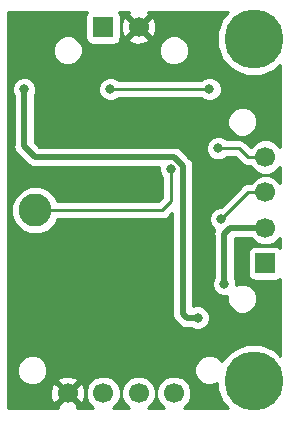
<source format=gbr>
G04 #@! TF.GenerationSoftware,KiCad,Pcbnew,(5.0.2)-1*
G04 #@! TF.CreationDate,2019-03-09T14:48:14-06:00*
G04 #@! TF.ProjectId,Contactor,436f6e74-6163-4746-9f72-2e6b69636164,rev?*
G04 #@! TF.SameCoordinates,Original*
G04 #@! TF.FileFunction,Copper,L2,Bot*
G04 #@! TF.FilePolarity,Positive*
%FSLAX46Y46*%
G04 Gerber Fmt 4.6, Leading zero omitted, Abs format (unit mm)*
G04 Created by KiCad (PCBNEW (5.0.2)-1) date 3/9/2019 2:48:14 PM*
%MOMM*%
%LPD*%
G01*
G04 APERTURE LIST*
G04 #@! TA.AperFunction,ComponentPad*
%ADD10C,1.700000*%
G04 #@! TD*
G04 #@! TA.AperFunction,ComponentPad*
%ADD11C,2.800000*%
G04 #@! TD*
G04 #@! TA.AperFunction,ComponentPad*
%ADD12R,1.700000X1.700000*%
G04 #@! TD*
G04 #@! TA.AperFunction,ComponentPad*
%ADD13C,5.000000*%
G04 #@! TD*
G04 #@! TA.AperFunction,ViaPad*
%ADD14C,0.800000*%
G04 #@! TD*
G04 #@! TA.AperFunction,Conductor*
%ADD15C,0.250000*%
G04 #@! TD*
G04 #@! TA.AperFunction,Conductor*
%ADD16C,0.500000*%
G04 #@! TD*
G04 #@! TA.AperFunction,Conductor*
%ADD17C,0.254000*%
G04 #@! TD*
G04 APERTURE END LIST*
D10*
G04 #@! TO.P,J6,4*
G04 #@! TO.N,Net-(J6-Pad4)*
X166000000Y-130500000D03*
G04 #@! TO.P,J6,1*
G04 #@! TO.N,+12V*
X157000000Y-130500000D03*
G04 #@! TO.P,J6,2*
G04 #@! TO.N,/CONTACTOR_V-*
X160000000Y-130500000D03*
G04 #@! TO.P,J6,3*
G04 #@! TO.N,GND*
X163000000Y-130500000D03*
G04 #@! TD*
D11*
G04 #@! TO.P,TP13,1*
G04 #@! TO.N,Net-(R17-Pad2)*
X154250000Y-115000000D03*
G04 #@! TD*
D10*
G04 #@! TO.P,J7,3*
G04 #@! TO.N,/CONTACTOR_CHECK*
X173750000Y-113500000D03*
G04 #@! TO.P,J7,2*
G04 #@! TO.N,+5V*
X173750000Y-116500000D03*
D12*
G04 #@! TO.P,J7,1*
G04 #@! TO.N,GND*
X173750000Y-119500000D03*
D10*
G04 #@! TO.P,J7,4*
G04 #@! TO.N,/CONTACTOR_EN*
X173750000Y-110500000D03*
G04 #@! TD*
D12*
G04 #@! TO.P,J8,2*
G04 #@! TO.N,GNDPWR*
X160000000Y-99500000D03*
D10*
G04 #@! TO.P,J8,1*
G04 #@! TO.N,+12V*
X163000000Y-99500000D03*
G04 #@! TD*
D13*
G04 #@! TO.P,MH1,1*
G04 #@! TO.N,N/C*
X172750000Y-100500000D03*
G04 #@! TD*
G04 #@! TO.P,MH2,1*
G04 #@! TO.N,N/C*
X172750000Y-129500000D03*
G04 #@! TD*
D14*
G04 #@! TO.N,+12V*
X170500000Y-103250000D03*
G04 #@! TO.N,/CONTACTOR_CHECK*
X170000000Y-115750000D03*
G04 #@! TO.N,Net-(D4-Pad1)*
X169000000Y-104750000D03*
X160625000Y-104750000D03*
G04 #@! TO.N,/CONTACTOR_EN*
X169750000Y-109750000D03*
G04 #@! TO.N,+5V*
X168000000Y-124105330D03*
X153312500Y-104750000D03*
X170250000Y-121250000D03*
G04 #@! TO.N,Net-(R17-Pad2)*
X165750000Y-111500000D03*
G04 #@! TD*
D15*
G04 #@! TO.N,/CONTACTOR_CHECK*
X172250000Y-113500000D02*
X173750000Y-113500000D01*
X170000000Y-115750000D02*
X172250000Y-113500000D01*
G04 #@! TO.N,Net-(D4-Pad1)*
X169000000Y-104750000D02*
X160625000Y-104750000D01*
G04 #@! TO.N,/CONTACTOR_EN*
X169750000Y-109750000D02*
X171500000Y-109750000D01*
X172250000Y-110500000D02*
X173750000Y-110500000D01*
X171500000Y-109750000D02*
X172250000Y-110500000D01*
D16*
G04 #@! TO.N,+5V*
X153312500Y-104750000D02*
X153312500Y-109562500D01*
X153312500Y-109562500D02*
X154250000Y-110500000D01*
X170250000Y-121250000D02*
X170250000Y-117000000D01*
X170250000Y-117000000D02*
X170750000Y-116500000D01*
X170750000Y-116500000D02*
X173750000Y-116500000D01*
X168000000Y-124105330D02*
X167105330Y-124105330D01*
X167105330Y-124105330D02*
X166750000Y-123750000D01*
X166750000Y-123750000D02*
X166750000Y-111250000D01*
X166000000Y-110500000D02*
X166750000Y-111250000D01*
X154250000Y-110500000D02*
X166000000Y-110500000D01*
D15*
G04 #@! TO.N,Net-(R17-Pad2)*
X154250000Y-115000000D02*
X165000000Y-115000000D01*
X165000000Y-115000000D02*
X165750000Y-114250000D01*
X165750000Y-113500000D02*
X165750000Y-111500000D01*
X165750000Y-114250000D02*
X165750000Y-113500000D01*
G04 #@! TD*
D17*
G04 #@! TO.N,+12V*
G36*
X158551843Y-98402235D02*
X158502560Y-98650000D01*
X158502560Y-100350000D01*
X158551843Y-100597765D01*
X158692191Y-100807809D01*
X158902235Y-100948157D01*
X159150000Y-100997440D01*
X160850000Y-100997440D01*
X161097765Y-100948157D01*
X161307809Y-100807809D01*
X161448157Y-100597765D01*
X161458859Y-100543958D01*
X162135647Y-100543958D01*
X162215920Y-100795259D01*
X162771279Y-100996718D01*
X163361458Y-100970315D01*
X163784080Y-100795259D01*
X163864353Y-100543958D01*
X163000000Y-99679605D01*
X162135647Y-100543958D01*
X161458859Y-100543958D01*
X161497440Y-100350000D01*
X161497440Y-99271279D01*
X161503282Y-99271279D01*
X161529685Y-99861458D01*
X161704741Y-100284080D01*
X161956042Y-100364353D01*
X162820395Y-99500000D01*
X163179605Y-99500000D01*
X164043958Y-100364353D01*
X164295259Y-100284080D01*
X164496718Y-99728721D01*
X164470315Y-99138542D01*
X164295259Y-98715920D01*
X164043958Y-98635647D01*
X163179605Y-99500000D01*
X162820395Y-99500000D01*
X161956042Y-98635647D01*
X161704741Y-98715920D01*
X161503282Y-99271279D01*
X161497440Y-99271279D01*
X161497440Y-98650000D01*
X161448157Y-98402235D01*
X161336413Y-98235000D01*
X162206254Y-98235000D01*
X162135647Y-98456042D01*
X163000000Y-99320395D01*
X163864353Y-98456042D01*
X163793746Y-98235000D01*
X170581441Y-98235000D01*
X170092276Y-98724165D01*
X169615000Y-99876410D01*
X169615000Y-101123590D01*
X170092276Y-102275835D01*
X170974165Y-103157724D01*
X172126410Y-103635000D01*
X173373590Y-103635000D01*
X174525835Y-103157724D01*
X175015000Y-102668559D01*
X175015000Y-109673489D01*
X175008922Y-109658815D01*
X174591185Y-109241078D01*
X174045385Y-109015000D01*
X173454615Y-109015000D01*
X172908815Y-109241078D01*
X172491078Y-109658815D01*
X172488893Y-109664091D01*
X172090331Y-109265530D01*
X172047929Y-109202071D01*
X171796537Y-109034096D01*
X171574852Y-108990000D01*
X171574847Y-108990000D01*
X171500000Y-108975112D01*
X171425153Y-108990000D01*
X170453711Y-108990000D01*
X170336280Y-108872569D01*
X169955874Y-108715000D01*
X169544126Y-108715000D01*
X169163720Y-108872569D01*
X168872569Y-109163720D01*
X168715000Y-109544126D01*
X168715000Y-109955874D01*
X168872569Y-110336280D01*
X169163720Y-110627431D01*
X169544126Y-110785000D01*
X169955874Y-110785000D01*
X170336280Y-110627431D01*
X170453711Y-110510000D01*
X171185199Y-110510000D01*
X171659671Y-110984473D01*
X171702071Y-111047929D01*
X171953463Y-111215904D01*
X172175148Y-111260000D01*
X172175152Y-111260000D01*
X172249999Y-111274888D01*
X172324846Y-111260000D01*
X172457450Y-111260000D01*
X172491078Y-111341185D01*
X172908815Y-111758922D01*
X173454615Y-111985000D01*
X174045385Y-111985000D01*
X174591185Y-111758922D01*
X175008922Y-111341185D01*
X175015000Y-111326511D01*
X175015000Y-112673489D01*
X175008922Y-112658815D01*
X174591185Y-112241078D01*
X174045385Y-112015000D01*
X173454615Y-112015000D01*
X172908815Y-112241078D01*
X172491078Y-112658815D01*
X172457450Y-112740000D01*
X172324848Y-112740000D01*
X172250000Y-112725112D01*
X172175152Y-112740000D01*
X172175148Y-112740000D01*
X171953463Y-112784096D01*
X171702071Y-112952071D01*
X171659671Y-113015527D01*
X169960199Y-114715000D01*
X169794126Y-114715000D01*
X169413720Y-114872569D01*
X169122569Y-115163720D01*
X168965000Y-115544126D01*
X168965000Y-115955874D01*
X169122569Y-116336280D01*
X169413720Y-116627431D01*
X169430044Y-116634193D01*
X169416348Y-116654691D01*
X169347663Y-117000000D01*
X169365001Y-117087165D01*
X169365000Y-120681993D01*
X169215000Y-121044126D01*
X169215000Y-121455874D01*
X169372569Y-121836280D01*
X169663720Y-122127431D01*
X170044126Y-122285000D01*
X170455874Y-122285000D01*
X170520000Y-122258438D01*
X170520000Y-122752619D01*
X170713346Y-123219397D01*
X171070603Y-123576654D01*
X171537381Y-123770000D01*
X172042619Y-123770000D01*
X172509397Y-123576654D01*
X172866654Y-123219397D01*
X173060000Y-122752619D01*
X173060000Y-122247381D01*
X172866654Y-121780603D01*
X172509397Y-121423346D01*
X172042619Y-121230000D01*
X171537381Y-121230000D01*
X171285000Y-121334540D01*
X171285000Y-121044126D01*
X171135000Y-120681993D01*
X171135000Y-117385000D01*
X172534893Y-117385000D01*
X172908815Y-117758922D01*
X173454615Y-117985000D01*
X174045385Y-117985000D01*
X174591185Y-117758922D01*
X175008922Y-117341185D01*
X175015001Y-117326510D01*
X175015001Y-118163587D01*
X174847765Y-118051843D01*
X174600000Y-118002560D01*
X172900000Y-118002560D01*
X172652235Y-118051843D01*
X172442191Y-118192191D01*
X172301843Y-118402235D01*
X172252560Y-118650000D01*
X172252560Y-120350000D01*
X172301843Y-120597765D01*
X172442191Y-120807809D01*
X172652235Y-120948157D01*
X172900000Y-120997440D01*
X174600000Y-120997440D01*
X174847765Y-120948157D01*
X175015001Y-120836413D01*
X175015001Y-123927608D01*
X175015000Y-123927613D01*
X175015000Y-127331441D01*
X174525835Y-126842276D01*
X173373590Y-126365000D01*
X172126410Y-126365000D01*
X170974165Y-126842276D01*
X170092276Y-127724165D01*
X170059454Y-127803403D01*
X169719397Y-127463346D01*
X169252619Y-127270000D01*
X168747381Y-127270000D01*
X168280603Y-127463346D01*
X167923346Y-127820603D01*
X167730000Y-128287381D01*
X167730000Y-128792619D01*
X167923346Y-129259397D01*
X168280603Y-129616654D01*
X168747381Y-129810000D01*
X169252619Y-129810000D01*
X169615000Y-129659897D01*
X169615000Y-130123590D01*
X170092276Y-131275835D01*
X170581441Y-131765000D01*
X166826511Y-131765000D01*
X166841185Y-131758922D01*
X167258922Y-131341185D01*
X167485000Y-130795385D01*
X167485000Y-130204615D01*
X167258922Y-129658815D01*
X166841185Y-129241078D01*
X166295385Y-129015000D01*
X165704615Y-129015000D01*
X165158815Y-129241078D01*
X164741078Y-129658815D01*
X164515000Y-130204615D01*
X164515000Y-130795385D01*
X164741078Y-131341185D01*
X165158815Y-131758922D01*
X165173489Y-131765000D01*
X163826511Y-131765000D01*
X163841185Y-131758922D01*
X164258922Y-131341185D01*
X164485000Y-130795385D01*
X164485000Y-130204615D01*
X164258922Y-129658815D01*
X163841185Y-129241078D01*
X163295385Y-129015000D01*
X162704615Y-129015000D01*
X162158815Y-129241078D01*
X161741078Y-129658815D01*
X161515000Y-130204615D01*
X161515000Y-130795385D01*
X161741078Y-131341185D01*
X162158815Y-131758922D01*
X162173489Y-131765000D01*
X160826511Y-131765000D01*
X160841185Y-131758922D01*
X161258922Y-131341185D01*
X161485000Y-130795385D01*
X161485000Y-130204615D01*
X161258922Y-129658815D01*
X160841185Y-129241078D01*
X160295385Y-129015000D01*
X159704615Y-129015000D01*
X159158815Y-129241078D01*
X158741078Y-129658815D01*
X158515000Y-130204615D01*
X158515000Y-130795385D01*
X158741078Y-131341185D01*
X159158815Y-131758922D01*
X159173489Y-131765000D01*
X157793746Y-131765000D01*
X157864353Y-131543958D01*
X157000000Y-130679605D01*
X156135647Y-131543958D01*
X156206254Y-131765000D01*
X151985000Y-131765000D01*
X151985000Y-130271279D01*
X155503282Y-130271279D01*
X155529685Y-130861458D01*
X155704741Y-131284080D01*
X155956042Y-131364353D01*
X156820395Y-130500000D01*
X157179605Y-130500000D01*
X158043958Y-131364353D01*
X158295259Y-131284080D01*
X158496718Y-130728721D01*
X158470315Y-130138542D01*
X158295259Y-129715920D01*
X158043958Y-129635647D01*
X157179605Y-130500000D01*
X156820395Y-130500000D01*
X155956042Y-129635647D01*
X155704741Y-129715920D01*
X155503282Y-130271279D01*
X151985000Y-130271279D01*
X151985000Y-128287381D01*
X152730000Y-128287381D01*
X152730000Y-128792619D01*
X152923346Y-129259397D01*
X153280603Y-129616654D01*
X153747381Y-129810000D01*
X154252619Y-129810000D01*
X154719397Y-129616654D01*
X154880009Y-129456042D01*
X156135647Y-129456042D01*
X157000000Y-130320395D01*
X157864353Y-129456042D01*
X157784080Y-129204741D01*
X157228721Y-129003282D01*
X156638542Y-129029685D01*
X156215920Y-129204741D01*
X156135647Y-129456042D01*
X154880009Y-129456042D01*
X155076654Y-129259397D01*
X155270000Y-128792619D01*
X155270000Y-128287381D01*
X155076654Y-127820603D01*
X154719397Y-127463346D01*
X154252619Y-127270000D01*
X153747381Y-127270000D01*
X153280603Y-127463346D01*
X152923346Y-127820603D01*
X152730000Y-128287381D01*
X151985000Y-128287381D01*
X151985000Y-114595213D01*
X152215000Y-114595213D01*
X152215000Y-115404787D01*
X152524810Y-116152735D01*
X153097265Y-116725190D01*
X153845213Y-117035000D01*
X154654787Y-117035000D01*
X155402735Y-116725190D01*
X155975190Y-116152735D01*
X156137866Y-115760000D01*
X164925153Y-115760000D01*
X165000000Y-115774888D01*
X165074847Y-115760000D01*
X165074852Y-115760000D01*
X165296537Y-115715904D01*
X165547929Y-115547929D01*
X165590331Y-115484470D01*
X165865001Y-115209801D01*
X165865000Y-123662839D01*
X165847663Y-123750000D01*
X165865000Y-123837161D01*
X165865000Y-123837164D01*
X165916348Y-124095309D01*
X166111951Y-124388049D01*
X166185847Y-124437425D01*
X166417905Y-124669483D01*
X166467281Y-124743379D01*
X166760020Y-124938982D01*
X167018165Y-124990330D01*
X167018169Y-124990330D01*
X167105330Y-125007667D01*
X167192491Y-124990330D01*
X167431993Y-124990330D01*
X167794126Y-125140330D01*
X168205874Y-125140330D01*
X168586280Y-124982761D01*
X168877431Y-124691610D01*
X169035000Y-124311204D01*
X169035000Y-123899456D01*
X168877431Y-123519050D01*
X168586280Y-123227899D01*
X168205874Y-123070330D01*
X167794126Y-123070330D01*
X167635000Y-123136242D01*
X167635000Y-111337159D01*
X167652337Y-111249999D01*
X167635000Y-111162839D01*
X167635000Y-111162835D01*
X167583652Y-110904690D01*
X167388049Y-110611951D01*
X167314156Y-110562577D01*
X166687425Y-109935847D01*
X166638049Y-109861951D01*
X166345310Y-109666348D01*
X166087165Y-109615000D01*
X166087161Y-109615000D01*
X166000000Y-109597663D01*
X165912839Y-109615000D01*
X154616579Y-109615000D01*
X154197500Y-109195922D01*
X154197500Y-107247381D01*
X170520000Y-107247381D01*
X170520000Y-107752619D01*
X170713346Y-108219397D01*
X171070603Y-108576654D01*
X171537381Y-108770000D01*
X172042619Y-108770000D01*
X172509397Y-108576654D01*
X172866654Y-108219397D01*
X173060000Y-107752619D01*
X173060000Y-107247381D01*
X172866654Y-106780603D01*
X172509397Y-106423346D01*
X172042619Y-106230000D01*
X171537381Y-106230000D01*
X171070603Y-106423346D01*
X170713346Y-106780603D01*
X170520000Y-107247381D01*
X154197500Y-107247381D01*
X154197500Y-105318007D01*
X154347500Y-104955874D01*
X154347500Y-104544126D01*
X159590000Y-104544126D01*
X159590000Y-104955874D01*
X159747569Y-105336280D01*
X160038720Y-105627431D01*
X160419126Y-105785000D01*
X160830874Y-105785000D01*
X161211280Y-105627431D01*
X161328711Y-105510000D01*
X168296289Y-105510000D01*
X168413720Y-105627431D01*
X168794126Y-105785000D01*
X169205874Y-105785000D01*
X169586280Y-105627431D01*
X169877431Y-105336280D01*
X170035000Y-104955874D01*
X170035000Y-104544126D01*
X169877431Y-104163720D01*
X169586280Y-103872569D01*
X169205874Y-103715000D01*
X168794126Y-103715000D01*
X168413720Y-103872569D01*
X168296289Y-103990000D01*
X161328711Y-103990000D01*
X161211280Y-103872569D01*
X160830874Y-103715000D01*
X160419126Y-103715000D01*
X160038720Y-103872569D01*
X159747569Y-104163720D01*
X159590000Y-104544126D01*
X154347500Y-104544126D01*
X154189931Y-104163720D01*
X153898780Y-103872569D01*
X153518374Y-103715000D01*
X153106626Y-103715000D01*
X152726220Y-103872569D01*
X152435069Y-104163720D01*
X152277500Y-104544126D01*
X152277500Y-104955874D01*
X152427500Y-105318007D01*
X152427501Y-109475335D01*
X152410163Y-109562500D01*
X152478848Y-109907809D01*
X152625076Y-110126654D01*
X152625078Y-110126656D01*
X152674452Y-110200549D01*
X152748345Y-110249923D01*
X153562577Y-111064156D01*
X153611951Y-111138049D01*
X153685844Y-111187423D01*
X153685845Y-111187424D01*
X153779495Y-111249999D01*
X153904690Y-111333652D01*
X154162835Y-111385000D01*
X154162839Y-111385000D01*
X154249999Y-111402337D01*
X154337159Y-111385000D01*
X164715000Y-111385000D01*
X164715000Y-111705874D01*
X164872569Y-112086280D01*
X164990001Y-112203712D01*
X164990000Y-113425148D01*
X164990000Y-113935198D01*
X164685199Y-114240000D01*
X156137866Y-114240000D01*
X155975190Y-113847265D01*
X155402735Y-113274810D01*
X154654787Y-112965000D01*
X153845213Y-112965000D01*
X153097265Y-113274810D01*
X152524810Y-113847265D01*
X152215000Y-114595213D01*
X151985000Y-114595213D01*
X151985000Y-101207381D01*
X155730000Y-101207381D01*
X155730000Y-101712619D01*
X155923346Y-102179397D01*
X156280603Y-102536654D01*
X156747381Y-102730000D01*
X157252619Y-102730000D01*
X157719397Y-102536654D01*
X158076654Y-102179397D01*
X158270000Y-101712619D01*
X158270000Y-101207381D01*
X164730000Y-101207381D01*
X164730000Y-101712619D01*
X164923346Y-102179397D01*
X165280603Y-102536654D01*
X165747381Y-102730000D01*
X166252619Y-102730000D01*
X166719397Y-102536654D01*
X167076654Y-102179397D01*
X167270000Y-101712619D01*
X167270000Y-101207381D01*
X167076654Y-100740603D01*
X166719397Y-100383346D01*
X166252619Y-100190000D01*
X165747381Y-100190000D01*
X165280603Y-100383346D01*
X164923346Y-100740603D01*
X164730000Y-101207381D01*
X158270000Y-101207381D01*
X158076654Y-100740603D01*
X157719397Y-100383346D01*
X157252619Y-100190000D01*
X156747381Y-100190000D01*
X156280603Y-100383346D01*
X155923346Y-100740603D01*
X155730000Y-101207381D01*
X151985000Y-101207381D01*
X151985000Y-98235000D01*
X158663587Y-98235000D01*
X158551843Y-98402235D01*
X158551843Y-98402235D01*
G37*
X158551843Y-98402235D02*
X158502560Y-98650000D01*
X158502560Y-100350000D01*
X158551843Y-100597765D01*
X158692191Y-100807809D01*
X158902235Y-100948157D01*
X159150000Y-100997440D01*
X160850000Y-100997440D01*
X161097765Y-100948157D01*
X161307809Y-100807809D01*
X161448157Y-100597765D01*
X161458859Y-100543958D01*
X162135647Y-100543958D01*
X162215920Y-100795259D01*
X162771279Y-100996718D01*
X163361458Y-100970315D01*
X163784080Y-100795259D01*
X163864353Y-100543958D01*
X163000000Y-99679605D01*
X162135647Y-100543958D01*
X161458859Y-100543958D01*
X161497440Y-100350000D01*
X161497440Y-99271279D01*
X161503282Y-99271279D01*
X161529685Y-99861458D01*
X161704741Y-100284080D01*
X161956042Y-100364353D01*
X162820395Y-99500000D01*
X163179605Y-99500000D01*
X164043958Y-100364353D01*
X164295259Y-100284080D01*
X164496718Y-99728721D01*
X164470315Y-99138542D01*
X164295259Y-98715920D01*
X164043958Y-98635647D01*
X163179605Y-99500000D01*
X162820395Y-99500000D01*
X161956042Y-98635647D01*
X161704741Y-98715920D01*
X161503282Y-99271279D01*
X161497440Y-99271279D01*
X161497440Y-98650000D01*
X161448157Y-98402235D01*
X161336413Y-98235000D01*
X162206254Y-98235000D01*
X162135647Y-98456042D01*
X163000000Y-99320395D01*
X163864353Y-98456042D01*
X163793746Y-98235000D01*
X170581441Y-98235000D01*
X170092276Y-98724165D01*
X169615000Y-99876410D01*
X169615000Y-101123590D01*
X170092276Y-102275835D01*
X170974165Y-103157724D01*
X172126410Y-103635000D01*
X173373590Y-103635000D01*
X174525835Y-103157724D01*
X175015000Y-102668559D01*
X175015000Y-109673489D01*
X175008922Y-109658815D01*
X174591185Y-109241078D01*
X174045385Y-109015000D01*
X173454615Y-109015000D01*
X172908815Y-109241078D01*
X172491078Y-109658815D01*
X172488893Y-109664091D01*
X172090331Y-109265530D01*
X172047929Y-109202071D01*
X171796537Y-109034096D01*
X171574852Y-108990000D01*
X171574847Y-108990000D01*
X171500000Y-108975112D01*
X171425153Y-108990000D01*
X170453711Y-108990000D01*
X170336280Y-108872569D01*
X169955874Y-108715000D01*
X169544126Y-108715000D01*
X169163720Y-108872569D01*
X168872569Y-109163720D01*
X168715000Y-109544126D01*
X168715000Y-109955874D01*
X168872569Y-110336280D01*
X169163720Y-110627431D01*
X169544126Y-110785000D01*
X169955874Y-110785000D01*
X170336280Y-110627431D01*
X170453711Y-110510000D01*
X171185199Y-110510000D01*
X171659671Y-110984473D01*
X171702071Y-111047929D01*
X171953463Y-111215904D01*
X172175148Y-111260000D01*
X172175152Y-111260000D01*
X172249999Y-111274888D01*
X172324846Y-111260000D01*
X172457450Y-111260000D01*
X172491078Y-111341185D01*
X172908815Y-111758922D01*
X173454615Y-111985000D01*
X174045385Y-111985000D01*
X174591185Y-111758922D01*
X175008922Y-111341185D01*
X175015000Y-111326511D01*
X175015000Y-112673489D01*
X175008922Y-112658815D01*
X174591185Y-112241078D01*
X174045385Y-112015000D01*
X173454615Y-112015000D01*
X172908815Y-112241078D01*
X172491078Y-112658815D01*
X172457450Y-112740000D01*
X172324848Y-112740000D01*
X172250000Y-112725112D01*
X172175152Y-112740000D01*
X172175148Y-112740000D01*
X171953463Y-112784096D01*
X171702071Y-112952071D01*
X171659671Y-113015527D01*
X169960199Y-114715000D01*
X169794126Y-114715000D01*
X169413720Y-114872569D01*
X169122569Y-115163720D01*
X168965000Y-115544126D01*
X168965000Y-115955874D01*
X169122569Y-116336280D01*
X169413720Y-116627431D01*
X169430044Y-116634193D01*
X169416348Y-116654691D01*
X169347663Y-117000000D01*
X169365001Y-117087165D01*
X169365000Y-120681993D01*
X169215000Y-121044126D01*
X169215000Y-121455874D01*
X169372569Y-121836280D01*
X169663720Y-122127431D01*
X170044126Y-122285000D01*
X170455874Y-122285000D01*
X170520000Y-122258438D01*
X170520000Y-122752619D01*
X170713346Y-123219397D01*
X171070603Y-123576654D01*
X171537381Y-123770000D01*
X172042619Y-123770000D01*
X172509397Y-123576654D01*
X172866654Y-123219397D01*
X173060000Y-122752619D01*
X173060000Y-122247381D01*
X172866654Y-121780603D01*
X172509397Y-121423346D01*
X172042619Y-121230000D01*
X171537381Y-121230000D01*
X171285000Y-121334540D01*
X171285000Y-121044126D01*
X171135000Y-120681993D01*
X171135000Y-117385000D01*
X172534893Y-117385000D01*
X172908815Y-117758922D01*
X173454615Y-117985000D01*
X174045385Y-117985000D01*
X174591185Y-117758922D01*
X175008922Y-117341185D01*
X175015001Y-117326510D01*
X175015001Y-118163587D01*
X174847765Y-118051843D01*
X174600000Y-118002560D01*
X172900000Y-118002560D01*
X172652235Y-118051843D01*
X172442191Y-118192191D01*
X172301843Y-118402235D01*
X172252560Y-118650000D01*
X172252560Y-120350000D01*
X172301843Y-120597765D01*
X172442191Y-120807809D01*
X172652235Y-120948157D01*
X172900000Y-120997440D01*
X174600000Y-120997440D01*
X174847765Y-120948157D01*
X175015001Y-120836413D01*
X175015001Y-123927608D01*
X175015000Y-123927613D01*
X175015000Y-127331441D01*
X174525835Y-126842276D01*
X173373590Y-126365000D01*
X172126410Y-126365000D01*
X170974165Y-126842276D01*
X170092276Y-127724165D01*
X170059454Y-127803403D01*
X169719397Y-127463346D01*
X169252619Y-127270000D01*
X168747381Y-127270000D01*
X168280603Y-127463346D01*
X167923346Y-127820603D01*
X167730000Y-128287381D01*
X167730000Y-128792619D01*
X167923346Y-129259397D01*
X168280603Y-129616654D01*
X168747381Y-129810000D01*
X169252619Y-129810000D01*
X169615000Y-129659897D01*
X169615000Y-130123590D01*
X170092276Y-131275835D01*
X170581441Y-131765000D01*
X166826511Y-131765000D01*
X166841185Y-131758922D01*
X167258922Y-131341185D01*
X167485000Y-130795385D01*
X167485000Y-130204615D01*
X167258922Y-129658815D01*
X166841185Y-129241078D01*
X166295385Y-129015000D01*
X165704615Y-129015000D01*
X165158815Y-129241078D01*
X164741078Y-129658815D01*
X164515000Y-130204615D01*
X164515000Y-130795385D01*
X164741078Y-131341185D01*
X165158815Y-131758922D01*
X165173489Y-131765000D01*
X163826511Y-131765000D01*
X163841185Y-131758922D01*
X164258922Y-131341185D01*
X164485000Y-130795385D01*
X164485000Y-130204615D01*
X164258922Y-129658815D01*
X163841185Y-129241078D01*
X163295385Y-129015000D01*
X162704615Y-129015000D01*
X162158815Y-129241078D01*
X161741078Y-129658815D01*
X161515000Y-130204615D01*
X161515000Y-130795385D01*
X161741078Y-131341185D01*
X162158815Y-131758922D01*
X162173489Y-131765000D01*
X160826511Y-131765000D01*
X160841185Y-131758922D01*
X161258922Y-131341185D01*
X161485000Y-130795385D01*
X161485000Y-130204615D01*
X161258922Y-129658815D01*
X160841185Y-129241078D01*
X160295385Y-129015000D01*
X159704615Y-129015000D01*
X159158815Y-129241078D01*
X158741078Y-129658815D01*
X158515000Y-130204615D01*
X158515000Y-130795385D01*
X158741078Y-131341185D01*
X159158815Y-131758922D01*
X159173489Y-131765000D01*
X157793746Y-131765000D01*
X157864353Y-131543958D01*
X157000000Y-130679605D01*
X156135647Y-131543958D01*
X156206254Y-131765000D01*
X151985000Y-131765000D01*
X151985000Y-130271279D01*
X155503282Y-130271279D01*
X155529685Y-130861458D01*
X155704741Y-131284080D01*
X155956042Y-131364353D01*
X156820395Y-130500000D01*
X157179605Y-130500000D01*
X158043958Y-131364353D01*
X158295259Y-131284080D01*
X158496718Y-130728721D01*
X158470315Y-130138542D01*
X158295259Y-129715920D01*
X158043958Y-129635647D01*
X157179605Y-130500000D01*
X156820395Y-130500000D01*
X155956042Y-129635647D01*
X155704741Y-129715920D01*
X155503282Y-130271279D01*
X151985000Y-130271279D01*
X151985000Y-128287381D01*
X152730000Y-128287381D01*
X152730000Y-128792619D01*
X152923346Y-129259397D01*
X153280603Y-129616654D01*
X153747381Y-129810000D01*
X154252619Y-129810000D01*
X154719397Y-129616654D01*
X154880009Y-129456042D01*
X156135647Y-129456042D01*
X157000000Y-130320395D01*
X157864353Y-129456042D01*
X157784080Y-129204741D01*
X157228721Y-129003282D01*
X156638542Y-129029685D01*
X156215920Y-129204741D01*
X156135647Y-129456042D01*
X154880009Y-129456042D01*
X155076654Y-129259397D01*
X155270000Y-128792619D01*
X155270000Y-128287381D01*
X155076654Y-127820603D01*
X154719397Y-127463346D01*
X154252619Y-127270000D01*
X153747381Y-127270000D01*
X153280603Y-127463346D01*
X152923346Y-127820603D01*
X152730000Y-128287381D01*
X151985000Y-128287381D01*
X151985000Y-114595213D01*
X152215000Y-114595213D01*
X152215000Y-115404787D01*
X152524810Y-116152735D01*
X153097265Y-116725190D01*
X153845213Y-117035000D01*
X154654787Y-117035000D01*
X155402735Y-116725190D01*
X155975190Y-116152735D01*
X156137866Y-115760000D01*
X164925153Y-115760000D01*
X165000000Y-115774888D01*
X165074847Y-115760000D01*
X165074852Y-115760000D01*
X165296537Y-115715904D01*
X165547929Y-115547929D01*
X165590331Y-115484470D01*
X165865001Y-115209801D01*
X165865000Y-123662839D01*
X165847663Y-123750000D01*
X165865000Y-123837161D01*
X165865000Y-123837164D01*
X165916348Y-124095309D01*
X166111951Y-124388049D01*
X166185847Y-124437425D01*
X166417905Y-124669483D01*
X166467281Y-124743379D01*
X166760020Y-124938982D01*
X167018165Y-124990330D01*
X167018169Y-124990330D01*
X167105330Y-125007667D01*
X167192491Y-124990330D01*
X167431993Y-124990330D01*
X167794126Y-125140330D01*
X168205874Y-125140330D01*
X168586280Y-124982761D01*
X168877431Y-124691610D01*
X169035000Y-124311204D01*
X169035000Y-123899456D01*
X168877431Y-123519050D01*
X168586280Y-123227899D01*
X168205874Y-123070330D01*
X167794126Y-123070330D01*
X167635000Y-123136242D01*
X167635000Y-111337159D01*
X167652337Y-111249999D01*
X167635000Y-111162839D01*
X167635000Y-111162835D01*
X167583652Y-110904690D01*
X167388049Y-110611951D01*
X167314156Y-110562577D01*
X166687425Y-109935847D01*
X166638049Y-109861951D01*
X166345310Y-109666348D01*
X166087165Y-109615000D01*
X166087161Y-109615000D01*
X166000000Y-109597663D01*
X165912839Y-109615000D01*
X154616579Y-109615000D01*
X154197500Y-109195922D01*
X154197500Y-107247381D01*
X170520000Y-107247381D01*
X170520000Y-107752619D01*
X170713346Y-108219397D01*
X171070603Y-108576654D01*
X171537381Y-108770000D01*
X172042619Y-108770000D01*
X172509397Y-108576654D01*
X172866654Y-108219397D01*
X173060000Y-107752619D01*
X173060000Y-107247381D01*
X172866654Y-106780603D01*
X172509397Y-106423346D01*
X172042619Y-106230000D01*
X171537381Y-106230000D01*
X171070603Y-106423346D01*
X170713346Y-106780603D01*
X170520000Y-107247381D01*
X154197500Y-107247381D01*
X154197500Y-105318007D01*
X154347500Y-104955874D01*
X154347500Y-104544126D01*
X159590000Y-104544126D01*
X159590000Y-104955874D01*
X159747569Y-105336280D01*
X160038720Y-105627431D01*
X160419126Y-105785000D01*
X160830874Y-105785000D01*
X161211280Y-105627431D01*
X161328711Y-105510000D01*
X168296289Y-105510000D01*
X168413720Y-105627431D01*
X168794126Y-105785000D01*
X169205874Y-105785000D01*
X169586280Y-105627431D01*
X169877431Y-105336280D01*
X170035000Y-104955874D01*
X170035000Y-104544126D01*
X169877431Y-104163720D01*
X169586280Y-103872569D01*
X169205874Y-103715000D01*
X168794126Y-103715000D01*
X168413720Y-103872569D01*
X168296289Y-103990000D01*
X161328711Y-103990000D01*
X161211280Y-103872569D01*
X160830874Y-103715000D01*
X160419126Y-103715000D01*
X160038720Y-103872569D01*
X159747569Y-104163720D01*
X159590000Y-104544126D01*
X154347500Y-104544126D01*
X154189931Y-104163720D01*
X153898780Y-103872569D01*
X153518374Y-103715000D01*
X153106626Y-103715000D01*
X152726220Y-103872569D01*
X152435069Y-104163720D01*
X152277500Y-104544126D01*
X152277500Y-104955874D01*
X152427500Y-105318007D01*
X152427501Y-109475335D01*
X152410163Y-109562500D01*
X152478848Y-109907809D01*
X152625076Y-110126654D01*
X152625078Y-110126656D01*
X152674452Y-110200549D01*
X152748345Y-110249923D01*
X153562577Y-111064156D01*
X153611951Y-111138049D01*
X153685844Y-111187423D01*
X153685845Y-111187424D01*
X153779495Y-111249999D01*
X153904690Y-111333652D01*
X154162835Y-111385000D01*
X154162839Y-111385000D01*
X154249999Y-111402337D01*
X154337159Y-111385000D01*
X164715000Y-111385000D01*
X164715000Y-111705874D01*
X164872569Y-112086280D01*
X164990001Y-112203712D01*
X164990000Y-113425148D01*
X164990000Y-113935198D01*
X164685199Y-114240000D01*
X156137866Y-114240000D01*
X155975190Y-113847265D01*
X155402735Y-113274810D01*
X154654787Y-112965000D01*
X153845213Y-112965000D01*
X153097265Y-113274810D01*
X152524810Y-113847265D01*
X152215000Y-114595213D01*
X151985000Y-114595213D01*
X151985000Y-101207381D01*
X155730000Y-101207381D01*
X155730000Y-101712619D01*
X155923346Y-102179397D01*
X156280603Y-102536654D01*
X156747381Y-102730000D01*
X157252619Y-102730000D01*
X157719397Y-102536654D01*
X158076654Y-102179397D01*
X158270000Y-101712619D01*
X158270000Y-101207381D01*
X164730000Y-101207381D01*
X164730000Y-101712619D01*
X164923346Y-102179397D01*
X165280603Y-102536654D01*
X165747381Y-102730000D01*
X166252619Y-102730000D01*
X166719397Y-102536654D01*
X167076654Y-102179397D01*
X167270000Y-101712619D01*
X167270000Y-101207381D01*
X167076654Y-100740603D01*
X166719397Y-100383346D01*
X166252619Y-100190000D01*
X165747381Y-100190000D01*
X165280603Y-100383346D01*
X164923346Y-100740603D01*
X164730000Y-101207381D01*
X158270000Y-101207381D01*
X158076654Y-100740603D01*
X157719397Y-100383346D01*
X157252619Y-100190000D01*
X156747381Y-100190000D01*
X156280603Y-100383346D01*
X155923346Y-100740603D01*
X155730000Y-101207381D01*
X151985000Y-101207381D01*
X151985000Y-98235000D01*
X158663587Y-98235000D01*
X158551843Y-98402235D01*
G04 #@! TD*
M02*

</source>
